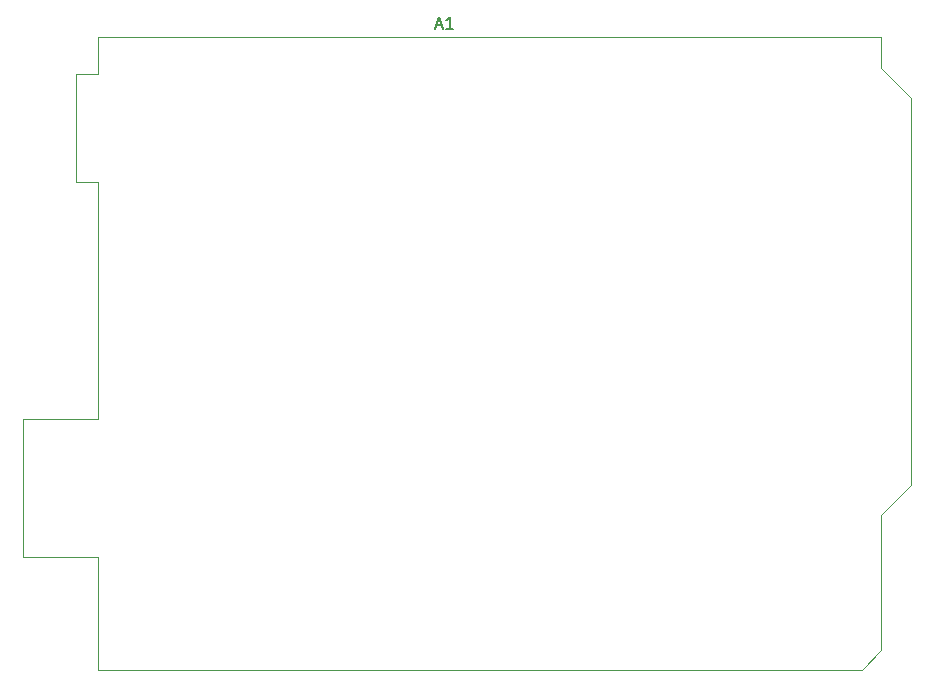
<source format=gbr>
%TF.GenerationSoftware,KiCad,Pcbnew,6.0.11+dfsg-1*%
%TF.CreationDate,2025-02-12T16:57:30+02:00*%
%TF.ProjectId,pet_puller_shield,7065745f-7075-46c6-9c65-725f73686965,rev?*%
%TF.SameCoordinates,Original*%
%TF.FileFunction,Legend,Top*%
%TF.FilePolarity,Positive*%
%FSLAX46Y46*%
G04 Gerber Fmt 4.6, Leading zero omitted, Abs format (unit mm)*
G04 Created by KiCad (PCBNEW 6.0.11+dfsg-1) date 2025-02-12 16:57:30*
%MOMM*%
%LPD*%
G01*
G04 APERTURE LIST*
%ADD10C,0.150000*%
%ADD11C,0.120000*%
G04 APERTURE END LIST*
D10*
%TO.C,A1*%
X151685714Y-81446666D02*
X152161904Y-81446666D01*
X151590476Y-81732380D02*
X151923809Y-80732380D01*
X152257142Y-81732380D01*
X153114285Y-81732380D02*
X152542857Y-81732380D01*
X152828571Y-81732380D02*
X152828571Y-80732380D01*
X152733333Y-80875238D01*
X152638095Y-80970476D01*
X152542857Y-81018095D01*
D11*
X123060000Y-114810000D02*
X116710000Y-114810000D01*
X187710000Y-136020000D02*
X189360000Y-134370000D01*
X121160000Y-94740000D02*
X123060000Y-94740000D01*
X123060000Y-82420000D02*
X123060000Y-85600000D01*
X191900000Y-87630000D02*
X189360000Y-85090000D01*
X121160000Y-85600000D02*
X121160000Y-94740000D01*
X123060000Y-126490000D02*
X123060000Y-136020000D01*
X189360000Y-82420000D02*
X123060000Y-82420000D01*
X116710000Y-126490000D02*
X123060000Y-126490000D01*
X191900000Y-120400000D02*
X191900000Y-87630000D01*
X116710000Y-114810000D02*
X116710000Y-126490000D01*
X123060000Y-85600000D02*
X121160000Y-85600000D01*
X189360000Y-85090000D02*
X189360000Y-82420000D01*
X189360000Y-134370000D02*
X189360000Y-122940000D01*
X123060000Y-94740000D02*
X123060000Y-114810000D01*
X189360000Y-122940000D02*
X191900000Y-120400000D01*
X123060000Y-136020000D02*
X187710000Y-136020000D01*
%TD*%
M02*

</source>
